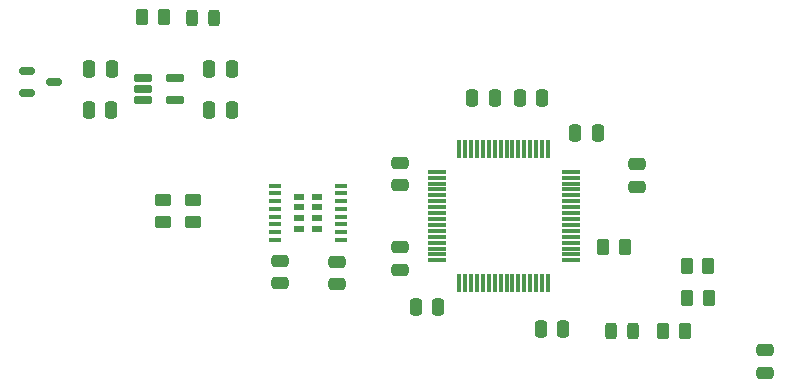
<source format=gbr>
%TF.GenerationSoftware,KiCad,Pcbnew,9.0.2*%
%TF.CreationDate,2025-06-28T14:17:54-05:00*%
%TF.ProjectId,balance_bot,62616c61-6e63-4655-9f62-6f742e6b6963,rev?*%
%TF.SameCoordinates,Original*%
%TF.FileFunction,Paste,Top*%
%TF.FilePolarity,Positive*%
%FSLAX46Y46*%
G04 Gerber Fmt 4.6, Leading zero omitted, Abs format (unit mm)*
G04 Created by KiCad (PCBNEW 9.0.2) date 2025-06-28 14:17:54*
%MOMM*%
%LPD*%
G01*
G04 APERTURE LIST*
G04 Aperture macros list*
%AMRoundRect*
0 Rectangle with rounded corners*
0 $1 Rounding radius*
0 $2 $3 $4 $5 $6 $7 $8 $9 X,Y pos of 4 corners*
0 Add a 4 corners polygon primitive as box body*
4,1,4,$2,$3,$4,$5,$6,$7,$8,$9,$2,$3,0*
0 Add four circle primitives for the rounded corners*
1,1,$1+$1,$2,$3*
1,1,$1+$1,$4,$5*
1,1,$1+$1,$6,$7*
1,1,$1+$1,$8,$9*
0 Add four rect primitives between the rounded corners*
20,1,$1+$1,$2,$3,$4,$5,0*
20,1,$1+$1,$4,$5,$6,$7,0*
20,1,$1+$1,$6,$7,$8,$9,0*
20,1,$1+$1,$8,$9,$2,$3,0*%
G04 Aperture macros list end*
%ADD10RoundRect,0.150000X-0.512500X-0.150000X0.512500X-0.150000X0.512500X0.150000X-0.512500X0.150000X0*%
%ADD11R,1.050000X0.450000*%
%ADD12R,0.882000X0.537000*%
%ADD13RoundRect,0.250000X0.262500X0.450000X-0.262500X0.450000X-0.262500X-0.450000X0.262500X-0.450000X0*%
%ADD14RoundRect,0.250000X0.475000X-0.250000X0.475000X0.250000X-0.475000X0.250000X-0.475000X-0.250000X0*%
%ADD15RoundRect,0.250000X-0.250000X-0.475000X0.250000X-0.475000X0.250000X0.475000X-0.250000X0.475000X0*%
%ADD16RoundRect,0.250000X0.250000X0.475000X-0.250000X0.475000X-0.250000X-0.475000X0.250000X-0.475000X0*%
%ADD17RoundRect,0.250000X0.450000X-0.262500X0.450000X0.262500X-0.450000X0.262500X-0.450000X-0.262500X0*%
%ADD18RoundRect,0.162500X-0.617500X-0.162500X0.617500X-0.162500X0.617500X0.162500X-0.617500X0.162500X0*%
%ADD19RoundRect,0.250000X-0.262500X-0.450000X0.262500X-0.450000X0.262500X0.450000X-0.262500X0.450000X0*%
%ADD20RoundRect,0.250000X-0.475000X0.250000X-0.475000X-0.250000X0.475000X-0.250000X0.475000X0.250000X0*%
%ADD21RoundRect,0.243750X-0.243750X-0.456250X0.243750X-0.456250X0.243750X0.456250X-0.243750X0.456250X0*%
%ADD22RoundRect,0.075000X-0.075000X0.700000X-0.075000X-0.700000X0.075000X-0.700000X0.075000X0.700000X0*%
%ADD23RoundRect,0.075000X-0.700000X0.075000X-0.700000X-0.075000X0.700000X-0.075000X0.700000X0.075000X0*%
%ADD24RoundRect,0.243750X0.243750X0.456250X-0.243750X0.456250X-0.243750X-0.456250X0.243750X-0.456250X0*%
G04 APERTURE END LIST*
D10*
%TO.C,Q1*%
X107862500Y-87550000D03*
X107862500Y-89450000D03*
X110137500Y-88500000D03*
%TD*%
D11*
%TO.C,U4*%
X128890000Y-97280000D03*
X128890000Y-97930000D03*
X128890000Y-98580000D03*
X128890000Y-99230000D03*
X128890000Y-99880000D03*
X128890000Y-100530000D03*
X128890000Y-101180000D03*
X128890000Y-101830000D03*
X134440000Y-101830000D03*
X134440000Y-101180000D03*
X134440000Y-100530000D03*
X134440000Y-99880000D03*
X134440000Y-99230000D03*
X134440000Y-98580000D03*
X134440000Y-97930000D03*
X134440000Y-97280000D03*
D12*
X130930000Y-98212500D03*
X130930000Y-99107500D03*
X130930000Y-100002500D03*
X130930000Y-100897500D03*
X132400000Y-98212500D03*
X132400000Y-99107500D03*
X132400000Y-100002500D03*
X132400000Y-100897500D03*
%TD*%
D13*
%TO.C,R7*%
X163576000Y-109601000D03*
X161751000Y-109601000D03*
%TD*%
D14*
%TO.C,C1*%
X170408600Y-113116400D03*
X170408600Y-111216400D03*
%TD*%
D15*
%TO.C,C13*%
X123322000Y-87376000D03*
X125222000Y-87376000D03*
%TD*%
D16*
%TO.C,C11*%
X115062000Y-87376000D03*
X113162000Y-87376000D03*
%TD*%
D17*
%TO.C,R5*%
X119380000Y-100330000D03*
X119380000Y-98505000D03*
%TD*%
D18*
%TO.C,U6*%
X117696000Y-88138000D03*
X117696000Y-89088000D03*
X117696000Y-90038000D03*
X120396000Y-90038000D03*
X120396000Y-88138000D03*
%TD*%
D19*
%TO.C,R3*%
X163757600Y-104089200D03*
X165582600Y-104089200D03*
%TD*%
%TO.C,R2*%
X163781100Y-106756200D03*
X165606100Y-106756200D03*
%TD*%
D20*
%TO.C,C4*%
X159500000Y-95440000D03*
X159500000Y-97340000D03*
%TD*%
D21*
%TO.C,D1*%
X121823000Y-83058000D03*
X123698000Y-83058000D03*
%TD*%
D16*
%TO.C,C9*%
X147500000Y-89840000D03*
X145600000Y-89840000D03*
%TD*%
%TO.C,C8*%
X151500000Y-89840000D03*
X149600000Y-89840000D03*
%TD*%
%TO.C,C5*%
X153263600Y-109397800D03*
X151363600Y-109397800D03*
%TD*%
D17*
%TO.C,R1*%
X121920000Y-100330000D03*
X121920000Y-98505000D03*
%TD*%
D20*
%TO.C,C14*%
X129286000Y-103632000D03*
X129286000Y-105532000D03*
%TD*%
D15*
%TO.C,C12*%
X123322000Y-90876000D03*
X125222000Y-90876000D03*
%TD*%
%TO.C,C2*%
X140790000Y-107500000D03*
X142690000Y-107500000D03*
%TD*%
%TO.C,C3*%
X154290000Y-92840000D03*
X156190000Y-92840000D03*
%TD*%
D13*
%TO.C,R6*%
X119483500Y-83002000D03*
X117658500Y-83002000D03*
%TD*%
D22*
%TO.C,U1*%
X151990000Y-94165000D03*
X151490000Y-94165000D03*
X150990000Y-94165000D03*
X150490000Y-94165000D03*
X149990000Y-94165000D03*
X149490000Y-94165000D03*
X148990000Y-94165000D03*
X148490000Y-94165000D03*
X147990000Y-94165000D03*
X147490000Y-94165000D03*
X146990000Y-94165000D03*
X146490000Y-94165000D03*
X145990000Y-94165000D03*
X145490000Y-94165000D03*
X144990000Y-94165000D03*
X144490000Y-94165000D03*
D23*
X142565000Y-96090000D03*
X142565000Y-96590000D03*
X142565000Y-97090000D03*
X142565000Y-97590000D03*
X142565000Y-98090000D03*
X142565000Y-98590000D03*
X142565000Y-99090000D03*
X142565000Y-99590000D03*
X142565000Y-100090000D03*
X142565000Y-100590000D03*
X142565000Y-101090000D03*
X142565000Y-101590000D03*
X142565000Y-102090000D03*
X142565000Y-102590000D03*
X142565000Y-103090000D03*
X142565000Y-103590000D03*
D22*
X144490000Y-105515000D03*
X144990000Y-105515000D03*
X145490000Y-105515000D03*
X145990000Y-105515000D03*
X146490000Y-105515000D03*
X146990000Y-105515000D03*
X147490000Y-105515000D03*
X147990000Y-105515000D03*
X148490000Y-105515000D03*
X148990000Y-105515000D03*
X149490000Y-105515000D03*
X149990000Y-105515000D03*
X150490000Y-105515000D03*
X150990000Y-105515000D03*
X151490000Y-105515000D03*
X151990000Y-105515000D03*
D23*
X153915000Y-103590000D03*
X153915000Y-103090000D03*
X153915000Y-102590000D03*
X153915000Y-102090000D03*
X153915000Y-101590000D03*
X153915000Y-101090000D03*
X153915000Y-100590000D03*
X153915000Y-100090000D03*
X153915000Y-99590000D03*
X153915000Y-99090000D03*
X153915000Y-98590000D03*
X153915000Y-98090000D03*
X153915000Y-97590000D03*
X153915000Y-97090000D03*
X153915000Y-96590000D03*
X153915000Y-96090000D03*
%TD*%
D19*
%TO.C,R4*%
X156675000Y-102500000D03*
X158500000Y-102500000D03*
%TD*%
D16*
%TO.C,C10*%
X115012000Y-90876000D03*
X113112000Y-90876000D03*
%TD*%
D14*
%TO.C,C7*%
X139446000Y-97216000D03*
X139446000Y-95316000D03*
%TD*%
%TO.C,C6*%
X139500000Y-104400000D03*
X139500000Y-102500000D03*
%TD*%
%TO.C,C15*%
X134112000Y-105598000D03*
X134112000Y-103698000D03*
%TD*%
D24*
%TO.C,D2*%
X159207200Y-109575600D03*
X157332200Y-109575600D03*
%TD*%
M02*

</source>
